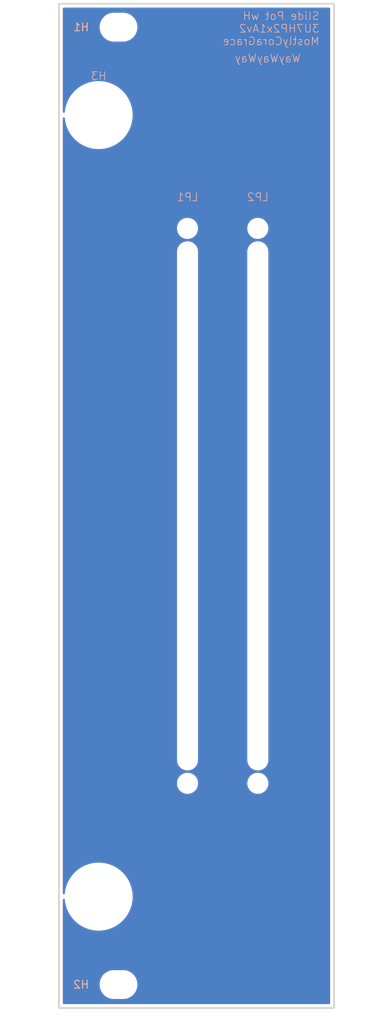
<source format=kicad_pcb>
(kicad_pcb (version 20241229) (generator "pcbnew") (generator_version "9.0")
  (layers (0 "F.Cu" signal) (2 "B.Cu" signal) (13 "F.Paste" user) (15 "B.Paste" user) (5 "F.SilkS" user "F.Silkscreen") (7 "B.SilkS" user "B.Silkscreen") (1 "F.Mask" user) (3 "B.Mask" user) (25 "Edge.Cuts" user))
  (net 0 "")
  (footprint "EXC:Linear_Potentiometer_75mm_M2_Panel_Mount" (layer "F.Cu") (at 16.45 66.675)
    (property "Reference" "LP1" (at 0 -39.5 0) (layer "B.SilkS") (effects (font (thickness 0.1)) (justify mirror)))
    (property "Value" "Linear_Potentiometer_75mm_M2_Panel_Mount")
    (pad "" np_thru_hole circle (at 0 -35.5) (size 2.2 2.2) (drill 2.2) (layers "*.Cu" "*.Mask"))
    (pad "" np_thru_hole oval (at 0 0) (size 2.2 67.2) (drill oval 2.2 67.2) (layers "*.Cu" "*.Mask"))
    (pad "" np_thru_hole circle (at 0 35.5) (size 2.2 2.2) (drill 2.2) (layers "*.Cu" "*.Mask"))
  )
  (footprint "EXC:Linear_Potentiometer_75mm_M2_Panel_Mount" (layer "F.Cu") (at 25.45 66.675)
    (property "Reference" "LP2" (at 0 -39.5 0) (layer "B.SilkS") (effects (font (thickness 0.1)) (justify mirror)))
    (property "Value" "Linear_Potentiometer_75mm_M2_Panel_Mount")
    (pad "" np_thru_hole circle (at 0 -35.5) (size 2.2 2.2) (drill 2.2) (layers "*.Cu" "*.Mask"))
    (pad "" np_thru_hole oval (at 0 0) (size 2.2 67.2) (drill oval 2.2 67.2) (layers "*.Cu" "*.Mask"))
    (pad "" np_thru_hole circle (at 0 35.5) (size 2.2 2.2) (drill 2.2) (layers "*.Cu" "*.Mask"))
  )
  (footprint "EXC:MountingHole_3.2mm_M3" (layer "F.Cu") (at 7.62 127.925)
    (property "Reference" "H2" (at -3.683 0 0) (layer "B.SilkS") (effects (justify left mirror)))
    (property "Value" "Eurorack_M3_MountingHole")
    (pad "" np_thru_hole oval (at 0 0) (size 4.34 3.2) (drill oval 4.34 3.2) (layers "*.Cu" "*.Mask"))
  )
  (footprint "EXC:MountingHole_3.2mm_M3" (layer "F.Cu") (at 7.62 5.425)
    (property "Reference" "H1" (at -3.683 0 0) (layer "B.SilkS") (effects (justify left mirror)))
    (property "Value" "Eurorack_M3_MountingHole")
    (pad "" np_thru_hole oval (at 0 0) (size 4.34 3.2) (drill oval 4.34 3.2) (layers "*.Cu" "*.Mask"))
  )
  (footprint "EXC:Handle_3UM4P100_B" (layer "F.Cu") (at 5.08 16.675)
    (property "Reference" "H3" (at 0 -5 0) (layer "B.SilkS") (effects (font (thickness 0.1)) (justify mirror)))
    (property "Value" "Handle_3UM4P100_PanelMount_B")
    (pad "" np_thru_hole circle (at 0 0) (size 8.2 8.2) (drill 8.2) (layers "*.Cu" "*.Mask"))
    (pad "" np_thru_hole circle (at 0 100) (size 8.2 8.2) (drill 8.2) (layers "*.Cu" "*.Mask"))
  )
  (gr_rect (start 0 2.425) (end 35.2 130.925) (stroke (width 0.2)) (fill no) (layer "Edge.Cuts"))
  (gr_text "Slide Pot wH\n3U7HP2x1Av2\nMostlyCoraGrace" (at 33.4 7.8 0) (layer "B.SilkS") (effects (font (size 1 1) (thickness 0.1)) (justify left bottom mirror)))
  (gr_text "WayWayWay" (at 31 10 0) (layer "B.SilkS") (effects (font (size 1 1) (thickness 0.1)) (justify left bottom mirror)))
  (zone (net 0) (net_name "") (layers "F.Cu" "B.Cu") (connect_pads (clearance 0.5)) (min_thickness 0.25) (fill yes (thermal_gap 0.5) (thermal_bridge_width 0.5) (island_removal_mode 1) (island_area_min 10))
    (polygon (pts (xy 0 2.425) (xy 35.2 2.425) (xy 35.2 130.925) (xy 0 130.925)))
  )
)
</source>
